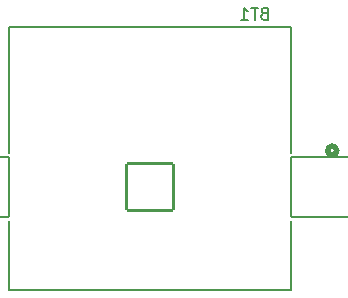
<source format=gbr>
%TF.GenerationSoftware,KiCad,Pcbnew,8.0.8-8.0.8-0~ubuntu24.04.1*%
%TF.CreationDate,2025-08-05T21:13:54-04:00*%
%TF.ProjectId,electronics,656c6563-7472-46f6-9e69-63732e6b6963,rev?*%
%TF.SameCoordinates,Original*%
%TF.FileFunction,Legend,Bot*%
%TF.FilePolarity,Positive*%
%FSLAX46Y46*%
G04 Gerber Fmt 4.6, Leading zero omitted, Abs format (unit mm)*
G04 Created by KiCad (PCBNEW 8.0.8-8.0.8-0~ubuntu24.04.1) date 2025-08-05 21:13:54*
%MOMM*%
%LPD*%
G01*
G04 APERTURE LIST*
G04 Aperture macros list*
%AMRoundRect*
0 Rectangle with rounded corners*
0 $1 Rounding radius*
0 $2 $3 $4 $5 $6 $7 $8 $9 X,Y pos of 4 corners*
0 Add a 4 corners polygon primitive as box body*
4,1,4,$2,$3,$4,$5,$6,$7,$8,$9,$2,$3,0*
0 Add four circle primitives for the rounded corners*
1,1,$1+$1,$2,$3*
1,1,$1+$1,$4,$5*
1,1,$1+$1,$6,$7*
1,1,$1+$1,$8,$9*
0 Add four rect primitives between the rounded corners*
20,1,$1+$1,$2,$3,$4,$5,0*
20,1,$1+$1,$4,$5,$6,$7,0*
20,1,$1+$1,$6,$7,$8,$9,0*
20,1,$1+$1,$8,$9,$2,$3,0*%
G04 Aperture macros list end*
%ADD10C,0.150000*%
%ADD11C,0.508000*%
%ADD12C,0.127000*%
%ADD13C,0.650000*%
%ADD14RoundRect,0.102000X2.540000X2.540000X-2.540000X2.540000X-2.540000X-2.540000X2.540000X-2.540000X0*%
%ADD15RoundRect,0.102000X1.980000X1.980000X-1.980000X1.980000X-1.980000X-1.980000X1.980000X-1.980000X0*%
G04 APERTURE END LIST*
D10*
X214495714Y-76836009D02*
X214352857Y-76883628D01*
X214352857Y-76883628D02*
X214305238Y-76931247D01*
X214305238Y-76931247D02*
X214257619Y-77026485D01*
X214257619Y-77026485D02*
X214257619Y-77169342D01*
X214257619Y-77169342D02*
X214305238Y-77264580D01*
X214305238Y-77264580D02*
X214352857Y-77312200D01*
X214352857Y-77312200D02*
X214448095Y-77359819D01*
X214448095Y-77359819D02*
X214829047Y-77359819D01*
X214829047Y-77359819D02*
X214829047Y-76359819D01*
X214829047Y-76359819D02*
X214495714Y-76359819D01*
X214495714Y-76359819D02*
X214400476Y-76407438D01*
X214400476Y-76407438D02*
X214352857Y-76455057D01*
X214352857Y-76455057D02*
X214305238Y-76550295D01*
X214305238Y-76550295D02*
X214305238Y-76645533D01*
X214305238Y-76645533D02*
X214352857Y-76740771D01*
X214352857Y-76740771D02*
X214400476Y-76788390D01*
X214400476Y-76788390D02*
X214495714Y-76836009D01*
X214495714Y-76836009D02*
X214829047Y-76836009D01*
X213971904Y-76359819D02*
X213400476Y-76359819D01*
X213686190Y-77359819D02*
X213686190Y-76359819D01*
X212543333Y-77359819D02*
X213114761Y-77359819D01*
X212829047Y-77359819D02*
X212829047Y-76359819D01*
X212829047Y-76359819D02*
X212924285Y-76502676D01*
X212924285Y-76502676D02*
X213019523Y-76597914D01*
X213019523Y-76597914D02*
X213114761Y-76645533D01*
D11*
%TO.C,SW1*%
X220635600Y-88454800D02*
G75*
G02*
X219873600Y-88454800I-381000J0D01*
G01*
X219873600Y-88454800D02*
G75*
G02*
X220635600Y-88454800I381000J0D01*
G01*
D12*
%TO.C,BT1*%
X192895000Y-77990000D02*
X216745000Y-77990000D01*
X216745000Y-77990000D02*
X216745000Y-88610000D01*
X216745000Y-94410000D02*
X216745000Y-100260000D01*
X192895000Y-88610000D02*
X192895000Y-77990000D01*
X216745000Y-100260000D02*
X192895000Y-100260000D01*
X192895000Y-94410000D02*
X192895000Y-100260000D01*
%TD*%
%LPC*%
D13*
%TO.C,J1*%
X202040000Y-102705000D03*
X207820000Y-102705000D03*
%TD*%
D14*
%TO.C,BT1*%
X219285000Y-91510000D03*
X190355000Y-91510000D03*
D15*
X204820000Y-91510000D03*
%TD*%
%LPD*%
M02*

</source>
